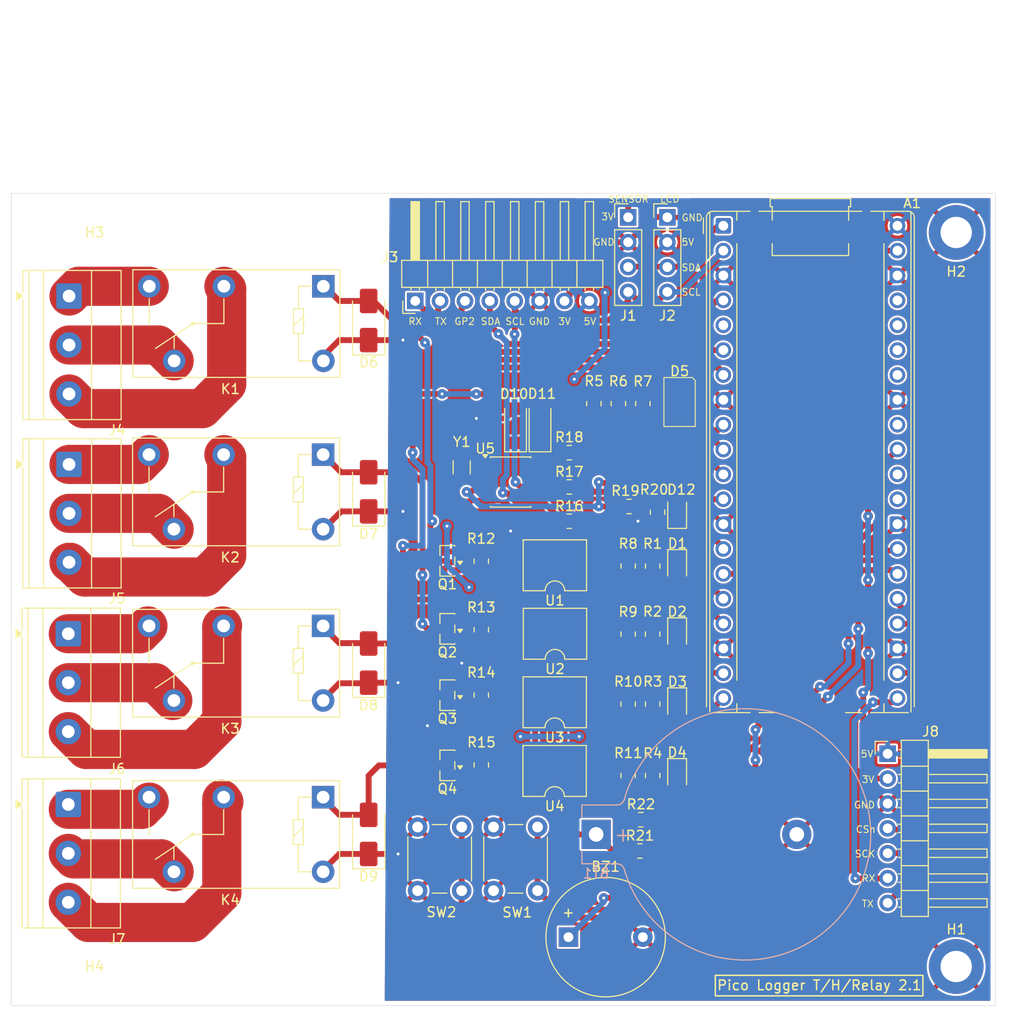
<source format=kicad_pcb>
(kicad_pcb (version 20241229) (generator "pcbnew") (generator_version "9.0")
  (layers (0 "F.Cu" signal) (2 "B.Cu" signal) (13 "F.Paste" user) (15 "B.Paste" user) (5 "F.SilkS" user "F.Silkscreen") (7 "B.SilkS" user "B.Silkscreen") (1 "F.Mask" user) (3 "B.Mask" user) (25 "Edge.Cuts" user))
  (net 0 "")
  (net 1 "SCL")
  (net 4 "SPI TX")
  (net 5 "SDA")
  (net 6 "GPIO14")
  (net 8 "GPIO21")
  (net 11 "+3.3V")
  (net 13 "GND")
  (net 14 "Net-(D1-A)")
  (net 15 "Net-(D2-A)")
  (net 16 "Net-(D3-A)")
  (net 17 "Net-(D4-A)")
  (net 18 "Net-(D5-DI)")
  (net 19 "Net-(D5-VDD)")
  (net 20 "Net-(D5-DO)")
  (net 21 "GPIO2")
  (net 23 "GPIO12")
  (net 24 "K1_Pin5")
  (net 26 "GPIO11")
  (net 27 "GPIO13")
  (net 28 "TX")
  (net 29 "GPIO15")
  (net 30 "RX")
  (net 31 "+BATT")
  (net 32 "K1_Pin2")
  (net 33 "K2_Pin2")
  (net 34 "K3_Pin2")
  (net 35 "K4_Pin2")
  (net 36 "GPIO9")
  (net 37 "K4_Pin4")
  (net 38 "K4_Pin3")
  (net 39 "K4_Pin1")
  (net 40 "K3_Pin1")
  (net 41 "K3_Pin4")
  (net 42 "K3_Pin3")
  (net 43 "K2_Pin1")
  (net 44 "K2_Pin3")
  (net 45 "K2_Pin4")
  (net 46 "K1_Pin1")
  (net 47 "K1_Pin4")
  (net 48 "K1_Pin3")
  (net 49 "Net-(Q1-B)")
  (net 50 "Net-(Q2-B)")
  (net 51 "Net-(Q3-B)")
  (net 52 "Net-(Q4-B)")
  (net 53 "Net-(R8-Pad1)")
  (net 54 "Net-(R9-Pad1)")
  (net 55 "Net-(R10-Pad1)")
  (net 56 "Net-(R11-Pad1)")
  (net 57 "Net-(R12-Pad2)")
  (net 58 "Net-(R13-Pad2)")
  (net 59 "Net-(R14-Pad2)")
  (net 60 "Net-(R15-Pad2)")
  (net 61 "Net-(D10-K)")
  (net 62 "Net-(D12-A)")
  (net 63 "SPI CSn")
  (net 64 "GPIO6")
  (net 65 "SPI SCK")
  (net 66 "GPIO20")
  (net 67 "SPI RX")
  (net 68 "GPIO7")
  (net 69 "GPIO8")
  (net 70 "GPIO10")
  (net 71 "Net-(U5-OSCO)")
  (net 72 "Net-(U5-OSCI)")
  (net 73 "ADC")
  (footprint "Resistor_SMD:R_0805_2012Metric" (layer "F.Cu") (at 161 84.0875 90)
    (property "Reference" "R8")
    (property "Value" "470")
  )
  (footprint "Package_DIP:SMDIP-4_W9.53mm" (layer "F.Cu") (at 153.525 91 180)
    (property "Reference" "U2")
    (property "Value" "LTV-817S-TA1-C")
  )
  (footprint "Relay_THT:Relay_SPDT_Omron-G5Q-1" (layer "F.Cu") (at 129.85 90.2 180)
    (property "Reference" "K3")
    (property "Value" "G5Q-14-EU-5DC")
  )
  (footprint "Resistor_SMD:R_0805_2012Metric" (layer "F.Cu") (at 163.5 91.0375 90)
    (property "Reference" "R2")
    (property "Value" "220")
  )
  (footprint "Diode_SMD:D_MiniMELF" (layer "F.Cu") (at 152 69.75 90)
    (property "Reference" "D11")
    (property "Value" "LL4148-DIO")
  )
  (footprint "Diode_SMD:D_SMA" (layer "F.Cu") (at 134.5 76.5 90)
    (property "Reference" "D7")
    (property "Value" "1N4007 M7")
  )
  (footprint "Resistor_SMD:R_0805_2012Metric" (layer "F.Cu") (at 161 98.1875 90)
    (property "Reference" "R10")
    (property "Value" "470")
  )
  (footprint "Relay_THT:Relay_SPDT_Omron-G5Q-1" (layer "F.Cu") (at 129.875 55.5 180)
    (property "Reference" "K1")
    (property "Value" "G5Q-14-EU-5DC")
  )
  (footprint "LED_SMD:LED_0805_2012Metric" (layer "F.Cu") (at 166 84.0875 -90)
    (property "Reference" "D1")
    (property "Value" "LED")
  )
  (footprint "Resistor_SMD:R_0805_2012Metric" (layer "F.Cu") (at 146 104.4 90)
    (property "Reference" "R15")
    (property "Value" "120")
  )
  (footprint "LED_SMD:LED_0805_2012Metric" (layer "F.Cu") (at 166 91.0625 -90)
    (property "Reference" "D2")
    (property "Value" "LED")
  )
  (footprint "Diode_SMD:D_SMA" (layer "F.Cu") (at 134.5 59 90)
    (property "Reference" "D6")
    (property "Value" "1N4007 M7")
  )
  (footprint "Package_TO_SOT_SMD:SOT-23" (layer "F.Cu") (at 142.5375 90.5 180)
    (property "Reference" "Q2")
    (property "Value" "BC847B-DIO")
  )
  (footprint "MountingHole:MountingHole_3.2mm_M3_DIN965_Pad" (layer "F.Cu") (at 194.5 50)
    (property "Reference" "H2")
    (property "Value" "MountingHole_Pad")
  )
  (footprint "LED_SMD:LED_0805_2012Metric" (layer "F.Cu") (at 166 78.55 90)
    (property "Reference" "D12")
    (property "Value" "LED")
  )
  (footprint "Relay_THT:Relay_SPDT_Omron-G5Q-1" (layer "F.Cu") (at 129.85 72.7 180)
    (property "Reference" "K2")
    (property "Value" "G5Q-14-EU-5DC")
  )
  (footprint "Resistor_SMD:R_0805_2012Metric" (layer "F.Cu") (at 161.0875 78)
    (property "Reference" "R19")
    (property "Value" "10K")
  )
  (footprint "LED_SMD:LED_0805_2012Metric" (layer "F.Cu") (at 166 98.2125 -90)
    (property "Reference" "D3")
    (property "Value" "LED")
  )
  (footprint "Resistor_SMD:R_0805_2012Metric" (layer "F.Cu") (at 163.5 98.1875 90)
    (property "Reference" "R3")
    (property "Value" "220")
  )
  (footprint "Diode_SMD:D_SMA" (layer "F.Cu") (at 134.5 111.5 90)
    (property "Reference" "D9")
    (property "Value" "1N4007 M7")
  )
  (footprint "Resistor_SMD:R_0805_2012Metric" (layer "F.Cu") (at 160 67.4875 -90)
    (property "Reference" "R6")
    (property "Value" "220")
  )
  (footprint "Resistor_SMD:R_0805_2012Metric" (layer "F.Cu") (at 154.9875 72.5 180)
    (property "Reference" "R18")
    (property "Value" "4K7")
  )
  (footprint "Package_DIP:SMDIP-4_W9.53mm" (layer "F.Cu") (at 153.49 105.02 180)
    (property "Reference" "U4")
    (property "Value" "LTV-817S-TA1-C")
  )
  (footprint "MountingHole:MountingHole_3.2mm_M3" (layer "F.Cu") (at 102 125)
    (property "Reference" "H4")
    (property "Value" "MountingHole")
  )
  (footprint "Diode_SMD:D_MiniMELF" (layer "F.Cu") (at 149.5 69.75 90)
    (property "Reference" "D10")
    (property "Value" "LL4148-DIO")
  )
  (footprint "Resistor_SMD:R_0805_2012Metric" (layer "F.Cu") (at 146 83.5875 90)
    (property "Reference" "R12")
    (property "Value" "120")
  )
  (footprint "Resistor_SMD:R_0805_2012Metric" (layer "F.Cu") (at 154.9875 76 180)
    (property "Reference" "R17")
    (property "Value" "4K7")
  )
  (footprint "Resistor_SMD:R_0805_2012Metric" (layer "F.Cu") (at 157.5 67.4875 -90)
    (property "Reference" "R5")
    (property "Value" "220")
  )
  (footprint "Package_TO_SOT_SMD:SOT-23" (layer "F.Cu") (at 142.5375 104.45 180)
    (property "Reference" "Q4")
    (property "Value" "BC847B-DIO")
  )
  (footprint "Crystal:Crystal_SMD_3215-2Pin_3.2x1.5mm" (layer "F.Cu") (at 144 74 -90)
    (property "Reference" "Y1")
    (property "Value" "32.768K-CFPX217")
  )
  (footprint "TerminalBlock_Phoenix:TerminalBlock_Phoenix_MKDS-1,5-3_1x03_P5.00mm_Horizontal" (layer "F.Cu") (at 103.8275 91 -90)
    (property "Reference" "J6")
    (property "Value" "ARK KF301 raster 5,0mm 3 pin")
  )
  (footprint "TerminalBlock_Phoenix:TerminalBlock_Phoenix_MKDS-1,5-3_1x03_P5.00mm_Horizontal" (layer "F.Cu") (at 103.9 73.7 -90)
    (property "Reference" "J5")
    (property "Value" "ARK KF301 raster 5,0mm 3 pin")
  )
  (footprint "MountingHole:MountingHole_3.2mm_M3" (layer "F.Cu") (at 102 50)
    (property "Reference" "H3")
    (property "Value" "MountingHole")
  )
  (footprint "Button_Switch_THT:SW_PUSH_6mm" (layer "F.Cu") (at 147.25 117.25 90)
    (property "Reference" "SW1")
    (property "Value" "Tact Switch 6x6mm / 13mm")
  )
  (footprint "TerminalBlock_Phoenix:TerminalBlock_Phoenix_MKDS-1,5-3_1x03_P5.00mm_Horizontal" (layer "F.Cu") (at 103.9 56.5 -90)
    (property "Reference" "J4")
    (property "Value" "ARK KF301 raster 5.0mm 3 pin")
  )
  (footprint "MountingHole:MountingHole_3.2mm_M3_DIN965_Pad" (layer "F.Cu") (at 194.5 125)
    (property "Reference" "H1")
    (property "Value" "MountingHole_Pad")
  )
  (footprint "Library:RaspberryPi_Pico_Common_THT" (layer "F.Cu") (at 170.72 49.32)
    (property "Reference" "A1")
    (property "Value" "RaspberryPi_Pico_W")
  )
  (footprint "Resistor_SMD:R_0805_2012Metric" (layer "F.Cu") (at 146 90.5875 90)
    (property "Reference" "R13")
    (property "Value" "120")
  )
  (footprint "Resistor_SMD:R_0805_2012Metric" (layer "F.Cu") (at 154.9875 79.5 180)
    (property "Reference" "R16")
    (property "Value" "4K7")
  )
  (footprint "Connector_PinHeader_2.54mm:PinHeader_1x04_P2.54mm_Vertical" (layer "F.Cu") (at 161 48.455)
    (property "Reference" "J1")
    (property "Value" "Sensor")
  )
  (footprint "Connector_PinHeader_2.54mm:PinHeader_1x08_P2.54mm_Horizontal" (layer "F.Cu") (at 139.255 57 90)
    (property "Reference" "J3")
    (property "Value" "Additional connector")
  )
  (footprint "LED_SMD:LED_Avago_PLCC4_3.2x2.8mm_CW" (layer "F.Cu") (at 166.25 67.325 -90)
    (property "Reference" "D5")
    (property "Value" "OSTBPCS2C2B")
  )
  (footprint "Buzzer_Beeper:Buzzer_12x9.5RM7.6" (layer "F.Cu") (at 154.9 122)
    (property "Reference" "BZ1")
    (property "Value" "Buzzer 5V 12mm")
  )
  (footprint "Package_TO_SOT_SMD:SOT-23" (layer "F.Cu") (at 142.5375 83.55 180)
    (property "Reference" "Q1")
    (property "Value" "BC847B-DIO")
  )
  (footprint "Package_SO:SOIC-8_3.9x4.9mm_P1.27mm" (layer "F.Cu") (at 149 75.5)
    (property "Reference" "U5")
    (property "Value" "PCF8563T")
  )
  (footprint "TerminalBlock_Phoenix:TerminalBlock_Phoenix_MKDS-1,5-3_1x03_P5.00mm_Horizontal" (layer "F.Cu") (at 103.8275 108.44 -90)
    (property "Reference" "J7")
    (property "Value" "ARK KF301 raster 5,0mm 3 pin")
  )
  (footprint "Resistor_SMD:R_0805_2012Metric" (layer "F.Cu") (at 163.5 105.4875 90)
    (property "Reference" "R4")
    (property "Value" "220")
  )
  (footprint "Resistor_SMD:R_0805_2012Metric" (layer "F.Cu") (at 164 78.5875 -90)
    (property "Reference" "R20")
    (property "Value" "220")
  )
  (footprint "Resistor_SMD:R_0805_2012Metric" (layer "F.Cu") (at 161 105.4875 90)
    (property "Reference" "R11")
    (property "Value" "470")
  )
  (footprint "LED_SMD:LED_0805_2012Metric" (layer "F.Cu") (at 166 105.4375 -90)
    (property "Reference" "D4")
    (property "Value" "LED")
  )
  (footprint "Connector_PinHeader_2.54mm:PinHeader_1x04_P2.54mm_Vertical" (layer "F.Cu") (at 165 48.455)
    (property "Reference" "J2")
    (property "Value" "LCD 16x2")
  )
  (footprint "Resistor_SMD:R_0805_2012Metric" (layer "F.Cu") (at 161 91.0375 90)
    (property "Reference" "R9")
    (property "Value" "470")
  )
  (footprint "Package_TO_SOT_SMD:SOT-23" (layer "F.Cu") (at 142.5375 97.275 180)
    (property "Reference" "Q3")
    (property "Value" "BC847B-DIO")
  )
  (footprint "Package_DIP:SMDIP-4_W9.53mm" (layer "F.Cu") (at 153.5 98 180)
    (property "Reference" "U3")
    (property "Value" "LTV-817S-TA1-C")
  )
  (footprint "Resistor_SMD:R_0805_2012Metric" (layer "F.Cu") (at 162.2 113.2)
    (property "Reference" "R21")
    (property "Value" "100K")
  )
  (footprint "Resistor_SMD:R_0805_2012Metric" (layer "F.Cu") (at 162.5 67.4875 -90)
    (property "Reference" "R7")
    (property "Value" "220")
  )
  (footprint "Package_DIP:SMDIP-4_W9.53mm" (layer "F.Cu") (at 153.515 84.005 180)
    (property "Reference" "U1")
    (property "Value" "LTV-817S-TA1-C")
  )
  (footprint "Resistor_SMD:R_0805_2012Metric" (layer "F.Cu") (at 146 97.2625 90)
    (property "Reference" "R14")
    (property "Value" "120")
  )
  (footprint "Resistor_SMD:R_0805_2012Metric" (layer "F.Cu") (at 163.5 84.0875 90)
    (property "Reference" "R1")
    (property "Value" "220")
  )
  (footprint "Relay_THT:Relay_SPDT_Omron-G5Q-1" (layer "F.Cu") (at 129.85 107.7 180)
    (property "Reference" "K4")
    (property "Value" "G5Q-14-EU-5DC")
  )
  (footprint "Button_Switch_THT:SW_PUSH_6mm" (layer "F.Cu") (at 139.5 117.25 90)
    (property "Reference" "SW2")
    (property "Value" "Tact Switch 6x6mm / 13mm")
  )
  (footprint "Diode_SMD:D_SMA" (layer "F.Cu") (at 134.5 94 90)
    (property "Reference" "D8")
    (property "Value" "1N4007 M7")
  )
  (footprint "Resistor_SMD:R_0805_2012Metric" (layer "F.Cu") (at 162.2875 110 180)
    (property "Reference" "R22")
    (property "Value" "100K")
  )
  (footprint "Connector_PinHeader_2.54mm:PinHeader_1x07_P2.54mm_Horizontal" (layer "F.Cu") (at 187.5 103.265)
    (property "Reference" "J8")
    (property "Value" "SPI")
  )
  (footprint "Battery:BatteryHolder_Keystone_104_1x23mm" (layer "B.Cu") (at 157.73 111.5)
    (property "Reference" "BT1")
    (property "Value" "CR2032 3V")
  )
  (gr_rect (start 169.9 125.9) (end 191.1 128) (stroke (width 0.15)) (fill no) (layer "F.SilkS"))
  (gr_rect (start 98 46) (end 198.5 129) (stroke (width 0.05)) (fill no) (layer "Edge.Cuts"))
  (gr_text "3V" (at 158.2 48.8 0) (layer "F.SilkS") (effects (font (size 0.7 0.7) (thickness 0.1) (bold yes)) (justify left bottom)))
  (gr_text "SCL" (at 148.4 59.5 0) (layer "F.SilkS") (effects (font (size 0.7 0.7) (thickness 0.1) (bold yes)) (justify left bottom)))
  (gr_text "GND" (at 150.8 59.5 0) (layer "F.SilkS") (effects (font (size 0.7 0.7) (thickness 0.1) (bold yes)) (justify left bottom)))
  (gr_text "GND" (at 166.4 48.9 0) (layer "F.SilkS") (effects (font (size 0.7 0.7) (thickness 0.1) (bold yes)) (justify left bottom)))
  (gr_text "SDA" (at 166.4 54 0) (layer "F.SilkS") (effects (font (size 0.7 0.7) (thickness 0.1) (bold yes)) (justify left bottom)))
  (gr_text "3V" (at 184.8 106.3 0) (layer "F.SilkS") (effects (font (size 0.7 0.7) (thickness 0.1) (bold yes)) (justify left bottom)))
  (gr_text "LCD" (at 164.2 47 0) (layer "F.SilkS") (effects (font (size 0.7 0.7) (thickness 0.1) (bold yes)) (justify left bottom)))
  (gr_text "RX" (at 184.8 116.4 0) (layer "F.SilkS") (effects (font (size 0.7 0.7) (thickness 0.1) (bold yes)) (justify left bottom)))
  (gr_text "CSn" (at 184.2 111.4 0) (layer "F.SilkS") (effects (font (size 0.7 0.7) (thickness 0.1) (bold yes)) (justify left bottom)))
  (gr_text "GND" (at 157.4 51.4 0) (layer "F.SilkS") (effects (font (size 0.7 0.7) (thickness 0.1) (bold yes)) (justify left bottom)))
  (gr_text "5V" (at 166.4 51.4 0) (layer "F.SilkS") (effects (font (size 0.7 0.7) (thickness 0.1) (bold yes)) (justify left bottom)))
  (gr_text "SENSOR" (at 158.9 47 0) (layer "F.SilkS") (effects (font (size 0.7 0.7) (thickness 0.1) (bold yes)) (justify left bottom)))
  (gr_text "Pico Logger T/H/Relay 2.1" (at 170 127.5 0) (layer "F.SilkS") (effects (font (size 1 1)) (justify left bottom)))
  (gr_text "5V" (at 156.4 59.5 0) (layer "F.SilkS") (effects (font (size 0.7 0.7) (thickness 0.1) (bold yes)) (justify left bottom)))
  (gr_text "TX" (at 184.8 119 0) (layer "F.SilkS") (effects (font (size 0.7 0.7) (thickness 0.1) (bold yes)) (justify left bottom)))
  (gr_text "5V" (at 184.7 103.7 0) (layer "F.SilkS") (effects (font (size 0.7 0.7) (thickness 0.1) (bold yes)) (justify left bottom)))
  (gr_text "SDA" (at 145.9 59.5 0) (layer "F.SilkS") (effects (font (size 0.7 0.7) (thickness 0.1) (bold yes)) (justify left bottom)))
  (gr_text "SCL" (at 166.4 56.5 0) (layer "F.SilkS") (effects (font (size 0.7 0.7) (thickness 0.1) (bold yes)) (justify left bottom)))
  (gr_text "SCK" (at 184.1 113.9 0) (layer "F.SilkS") (effects (font (size 0.7 0.7) (thickness 0.1) (bold yes)) (justify left bottom)))
  (gr_text "GND" (at 184 108.9 0) (layer "F.SilkS") (effects (font (size 0.7 0.7) (thickness 0.1) (bold yes)) (justify left bottom)))
  (gr_text "RX" (at 138.5 59.5 0) (layer "F.SilkS") (effects (font (size 0.7 0.7) (thickness 0.1) (bold yes)) (justify left bottom)))
  (gr_text "3V" (at 153.8 59.5 0) (layer "F.SilkS") (effects (font (size 0.7 0.7) (thickness 0.1) (bold yes)) (justify left bottom)))
  (gr_text "GP2" (at 143.2 59.5 0) (layer "F.SilkS") (effects (font (size 0.7 0.7) (thickness 0.1) (bold yes)) (justify left bottom)))
  (gr_text "TX" (at 141.2 59.5 0) (layer "F.SilkS") (effects (font (size 0.7 0.7) (thickness 0.1) (bold yes)) (justify left bottom)))
  (segment (start 149.415 57) (end 149.415 57.915) (width 0.6) (layer "F.Cu") (net 1))
  (segment (start 149.5 75.5) (end 150.135 76.135) (width 0.6) (layer "F.Cu") (net 1))
  (segment (start 149.4 60.4) (end 149.42 60.38) (width 0.6) (layer "F.Cu") (net 1))
  (segment (start 161 56.075) (end 161 56.08) (width 0.6) (layer "F.Cu") (net 1))
  (segment (start 149.42 57.005) (end 149.415 57) (width 0.6) (layer "F.Cu") (net 1))
  (segment (start 161.8 56.8) (end 161.04 56.04) (width 0.6) (layer "F.Cu") (net 1))
  (segment (start 165 56.04) (end 164.24 56.8) (width 0.6) (layer "F.Cu") (net 1))
  (segment (start 153.9525 76.135) (end 154.0875 76) (width 0.6) (layer "F.Cu") (net 1))
  (segment (start 150.5 59) (end 159 59) (width 0.6) (layer "F.Cu") (net 1))
  (segment (start 149.415 57.915) (end 150.5 59) (width 0.6) (layer "F.Cu") (net 1))
  (segment (start 151.475 76.135) (end 153.9525 76.135) (width 0.6) (layer "F.Cu") (net 1))
  (segment (start 149.42 60.38) (end 149.42 57.005) (width 0.6) (layer "F.Cu") (net 1))
  (segment (start 159 59) (end 161 57) (width 0.6) (layer "F.Cu") (net 1))
  (segment (start 161 57) (end 161 56.075) (width 0.6) (layer "F.Cu") (net 1))
  (segment (start 164.24 56.8) (end 161.8 56.8) (width 0.6) (layer "F.Cu") (net 1))
  (segment (start 150.135 76.135) (end 151.475 76.135) (width 0.6) (layer "F.Cu") (net 1))
  (via (at 149.4 60.4) (size 1) (drill 0.3) (layers "F.Cu" "B.Cu") (net 1))
  (via (at 149.5 75.5) (size 1) (drill 0.3) (layers "F.Cu" "B.Cu") (net 1))
  (segment (start 149.415 57) (end 149.415 57.715) (width 0.6) (layer "B.Cu") (net 1))
  (segment (start 166.505 56.075) (end 170.72 51.86) (width 0.6) (layer "B.Cu") (net 1))
  (segment (start 149.4 75.4) (end 149.5 75.5) (width 0.6) (layer "B.Cu") (net 1))
  (segment (start 149.4 60.4) (end 149.4 75.4) (width 0.6) (layer "B.Cu") (net 1))
  (segment (start 165 56.075) (end 166.505 56.075) (width 0.6) (layer "B.Cu") (net 1))
  (segment (start 192.8 111) (end 192.8 90.6) (width 0.6) (layer "F.Cu") (net 4))
  (segment (start 187.5 118.5) (end 189.5 116.5) (width 0.6) (layer "F.Cu") (net 4))
  (segment (start 187 118.5) (end 187.5 118.5) (width 0.6) (layer "F.Cu") (net 4))
  (segment (start 191.4 89.2) (end 189.8 89.2) (width 0.6) (layer "F.Cu") (net 4))
  (segment (start 188.5 87.9) (end 188.5 87.42) (width 0.6) (layer "F.Cu") (net 4))
  (segment (start 189.5 116.5) (end 189.5 114.3) (width 0.6) (layer "F.Cu") (net 4))
  (segment (start 189.8 89.2) (end 188.5 87.9) (width 0.6) (layer "F.Cu") (net 4))
  (segment (start 189.5 114.3) (end 192.8 111) (width 0.6) (layer "F.Cu") (net 4))
  (segment (start 192.8 90.6) (end 191.4 89.2) (width 0.6) (layer "F.Cu") (net 4))
  (segment (start 170.18 49.32) (end 170.72 49.32) (width 0.6) (layer "F.Cu") (net 5))
  (segment (start 147.75 60.35) (end 148.8 61.4) (width 0.6) (layer "F.Cu") (net 5))
  (segment (start 148.2 76.6) (end 148.6 76.6) (width 0.6) (layer "F.Cu") (net 5))
  (segment (start 167.9 53.5) (end 169.4 52) (width 0.6) (layer "F.Cu") (net 5))
  (segment (start 152.205 77.405) (end 153.9875 79.1875) (width 0.6) (layer "F.Cu") (net 5))
  (segment (start 147.75 60.35) (end 146.88 59.48) (width 0.6) (layer "F.Cu") (net 5))
  (segment (start 165.035 53.5) (end 167 53.5) (width 0.6) (layer "F.Cu") (net 5))
  (segment (start 167 53.5) (end 161.04 53.5) (width 0.6) (layer "F.Cu") (net 5))
  (segment (start 148.8 61.4) (end 167.8 61.4) (width 0.6) (layer "F.Cu") (net 5))
  (segment (start 151.475 77.405) (end 152.205 77.405) (width 0.6) (layer "F.Cu") (net 5))
  (segment (start 146.88 59.48) (end 146.88 57) (width 0.6) (layer "F.Cu") (net 5))
  (segment (start 165 53.535) (end 165.035 53.5) (width 0.6) (layer "F.Cu") (net 5))
  (segment (start 169.4 50.1) (end 170.18 49.32) (width 0.6) (layer "F.Cu") (net 5))
  (segment (start 149.405 77.405) (end 151.475 77.405) (width 0.6) (layer "F.Cu") (net 5))
  (segment (start 168.6 52.8) (end 169.4 52) (width 0.6) (layer "F.Cu") (net 5))
  (segment (start 169.4 52) (end 169.4 50.1) (width 0.6) (layer "F.Cu") (net 5))
  (segment (start 167 53.5) (end 167.9 53.5) (width 0.6) (layer "F.Cu") (net 5))
  (segment (start 153.9875 79.1875) (end 153.9875 79.4) (width 0.6) (layer "F.Cu") (net 5))
  (segment (start 167.8 61.4) (end 168.6 60.6) (width 0.6) (layer "F.Cu") (net 5))
  (segment (start 148.6 76.6) (end 149.405 77.405) (width 0.6) (layer "F.Cu") (net 5))
  (segment (start 168.6 60.6) (end 168.6 52.8) (width 0.6) (layer "F.Cu") (net 5))
  (via (at 148.2 76.6) (size 1) (drill 0.3) (layers "F.Cu" "B.Cu") (net 5))
  (via (at 147.75 60.35) (size 1) (drill 0.3) (layers "F.Cu" "B.Cu") (net 5))
  (segment (start 148.6 74.8) (end 148.2 75.2) (width 0.6) (layer "B.Cu") (net 5))
  (segment (start 148.6 61.2) (end 148.6 74.8) (width 0.6) (layer "B.Cu") (net 5))
  (segment (start 148.2 75.2) (end 148.2 76.6) (width 0.6) (layer "B.Cu") (net 5))
  (segment (start 147.75 60.35) (end 148.6 61.2) (width 0.6) (layer "B.Cu") (net 5))
  (segment (start 170.68 95) (end 170.72 95.04) (width 0.6) (layer "F.Cu") (net 6))
  (segment (start 163.5 97.27) (end 163.5 96) (width 0.6) (layer "F.Cu") (net 6))
  (segment (start 164.5 95) (end 170.68 95) (width 0.6) (layer "F.Cu") (net 6))
  (segment (start 163.5 96) (end 164.5 95) (width 0.6) (layer "F.Cu") (net 6))
  (segment (start 161 97.3575) (end 163.4125 97.3575) (width 0.6) (layer "F.Cu") (net 6))
  (segment (start 151.75 117.25) (end 151.75 110.75) (width 0.6) (layer "F.Cu") (net 8))
  (segment (start 183.5 84.5) (end 184.5 83.5) (width 0.6) (layer "F.Cu") (net 8))
  (segment (start 183.5 92) (end 183.5 84.5) (width 0.6) (layer "F.Cu") (net 8))
  (segment (start 188.34 82.5) (end 188.5 82.34) (width 0.6) (layer "F.Cu") (net 8))
  (segment (start 153.7 119.2) (end 151.75 117.25) (width 0.6) (layer "F.Cu") (net 8))
  (segment (start 184.5 83.5) (end 186.5 83.5) (width 0.6) (layer "F.Cu") (net 8))
  (segment (start 160.6 119.2) (end 153.7 119.2) (width 0.6) (layer "F.Cu") (net 8))
  (segment (start 180.1 96.9) (end 180.1 99.7) (width 0.6) (layer "F.Cu") (net 8))
  (segment (start 180.1 99.7) (end 160.6 119.2) (width 0.6) (layer "F.Cu") (net 8))
  (segment (start 186.5 83.5) (end 187.5 82.5) (width 0.6) (layer "F.Cu") (net 8))
  (segment (start 180.6 96.4) (end 180.1 96.9) (width 0.6) (layer "F.Cu") (net 8))
  (segment (start 187.5 82.5) (end 188.34 82.5) (width 0.6) (layer "F.Cu") (net 8))
  (via (at 183.5 92) (size 1) (drill 0.3) (layers "F.Cu" "B.Cu") (net 8))
  (via (at 180.6 96.4) (size 1) (drill 0.3) (layers "F.Cu" "B.Cu") (net 8))
  (segment (start 183.5 94) (end 183.5 92) (width 0.6) (layer "B.Cu") (net 8))
  (segment (start 181.1 96.4) (end 183.5 94) (width 0.6) (layer "B.Cu") (net 8))
  (segment (start 180.6 96.4) (end 181.1 96.4) (width 0.6) (layer "B.Cu") (net 8))
  (segment (start 186.3 105.8) (end 187 105.8) (width 0.6) (layer "F.Cu") (net 11))
  (segment (start 186.14 51.86) (end 186.86 51.86) (width 0.6) (layer "F.Cu") (net 11))
  (segment (start 161 47) (end 156 47) (width 0.6) (layer "F.Cu") (net 11))
  (segment (start 185 104.5) (end 186.3 105.8) (width 0.6) (layer "F.Cu") (net 11))
  (segment (start 156 47) (end 155 48) (width 0.6) (layer "F.Cu") (net 11))
  (segment (start 186.5 49) (end 185.5 48) (width 0.6) (layer "F.Cu") (net 11))
  (segment (start 186.5 51.5) (end 186.5 49) (width 0.6) (layer "F.Cu") (net 11))
  (segment (start 185 97) (end 185 104.5) (width 0.6) (layer "F.Cu") (net 11))
  (segment (start 155 48) (end 155 56.5) (width 0.6) (layer "F.Cu") (net 11))
  (segment (start 185.5 79) (end 185.5 52.5) (width 0.6) (layer "F.Cu") (net 11))
  (segment (start 185.5 48) (end 168 48) (width 0.6) (layer "F.Cu") (net 11))
  (segment (start 161 47) (end 161 48.46) (width 0.6) (layer "F.Cu") (net 11))
  (segment (start 167 47) (end 161 47) (width 0.6) (layer "F.Cu") (net 11))
  (segment (start 185.5 85.5) (end 185.5 93) (width 0.6) (layer "F.Cu") (net 11))
  (segment (start 188.5 51.86) (end 186.86 51.86) (width 0.6) (layer "F.Cu") (net 11))
  (segment (start 185.5 52.5) (end 186.14 51.86) (width 0.6) (layer "F.Cu") (net 11))
  (segment (start 155 56.5) (end 154.5 57) (width 0.6) (layer "F.Cu") (net 11))
  (segment (start 186.86 51.86) (end 186.5 51.5) (width 0.6) (layer "F.Cu") (net 11))
  (segment (start 168 48) (end 167 47) (width 0.6) (layer "F.Cu") (net 11))
  (via (at 185.5 93) (size 1) (drill 0.3) (layers "F.Cu" "B.Cu") (net 11))
  (via (at 185 97) (size 1) (drill 0.3) (layers "F.Cu" "B.Cu") (net 11))
  (via (at 185.5 85.5) (size 1) (drill 0.3) (layers "F.Cu" "B.Cu") (net 11))
  (via (at 185.5 79) (size 1) (drill 0.3) (layers "F.Cu" "B.Cu") (net 11))
  (segment (start 185.5 93) (end 185.5 96.5) (width 0.6) (layer "B.Cu") (net 11))
  (segment (start 185.5 96.5) (end 185 97) (width 0.6) (layer "B.Cu") (net 11))
  (segment (start 185.5 85.5) (end 185.5 79) (width 0.6) (layer "B.Cu") (net 11))
  (segment (start 168.995 68.825) (end 170.72 67.1) (width 0.6) (layer "F.Cu") (net 13))
  (segment (start 163.58 48.42) (end 165 48.42) (width 0.6) (layer "F.Cu") (net 13))
  (segment (start 161 51) (end 163.58 48.42) (width 0.6) (layer "F.Cu") (net 13))
  (segment (start 158.2 55.7) (end 158.2 52.6) (width 0.6) (layer "F.Cu") (net 13))
  (segment (start 158.2 52.6) (end 159.8 51) (width 0.6) (layer "F.Cu") (net 13))
  (segment (start 167 68.825) (end 168.995 68.825) (width 0.6) (layer "F.Cu") (net 13))
  (segment (start 159.8 51) (end 161 51) (width 0.6) (layer "F.Cu") (net 13))
  (segment (start 158.65 56.15) (end 158.2 55.7) (width 0.6) (layer "F.Cu") (net 13))
  (via (at 156 101.5) (size 1) (drill 0.3) (layers "F.Cu" "B.Cu") (net 13))
  (via (at 142.5 80) (size 1) (drill 0.3) (layers "F.Cu" "B.Cu") (net 13))
  (via (at 150 101.5) (size 1) (drill 0.3) (layers "F.Cu" "B.Cu") (net 13))
  (via (at 158.65 56.15) (size 1) (drill 0.3) (layers "F.Cu" "B.Cu") (net 13))
  (via (at 155.5 65) (size 1) (drill 0.3) (layers "F.Cu" "B.Cu") (net 13))
  (via (at 144.75 86.25) (size 1) (drill 0.3) (layers "F.Cu" "B.Cu") (net 13))
  (segment (start 158.6 56.2) (end 158.6 61.9) (width 0.6) (layer "B.Cu") (net 13))
  (segment (start 144.75 86.25) (end 142.5 84) (width 0.6) (layer "B.Cu") (net 13))
  (segment (start 158.65 56.15) (end 158.6 56.2) (width 0.6) (layer "B.Cu") (net 13))
  (segment (start 158.6 61.9) (end 155.5 65) (width 0.6) (layer "B.Cu") (net 13))
  (segment (start 150 101.5) (end 156 101.5) (width 0.6) (layer "B.Cu") (net 13))
  (segment (start 142.5 84) (end 142.5 80) (width 0.6) (layer "B.Cu") (net 13))
  (segment (start 163.265 85) (end 165.74 85) (width 0.6) (layer "F.Cu") (net 14))
  (segment (start 166 92) (end 163.5 92) (width 0.6) (layer "F.Cu") (net 15))
  (segment (start 166 99.145) (end 163.55 99.145) (width 0.6) (layer "F.Cu") (net 16))
  (segment (start 166.5 106.375) (end 164.05 106.375) (width 0.6) (layer "F.Cu") (net 17))
  (segment (start 164.05 106.375) (end 164 106.325) (width 0.6) (layer "F.Cu") (net 17))
  (segment (start 159.4 64.6) (end 164 64.6) (width 0.6) (layer "F.Cu") (net 18))
  (segment (start 165.225 65.825) (end 165.5 65.825) (width 0.6) (layer "F.Cu") (net 18))
  (segment (start 157.4125 66.5875) (end 159.4 64.6) (width 0.6) (layer "F.Cu") (net 18))
  (segment (start 164 64.6) (end 165.225 65.825) (width 0.6) (layer "F.Cu") (net 18))
  (segment (start 165.5 68.825) (end 164.825 68.825) (width 0.6) (layer "F.Cu") (net 19))
  (segment (start 164.825 68.825) (end 162.5 66.5) (width 0.6) (layer "F.Cu") (net 19))
  (segment (start 163.6 65.4) (end 164 65.8) (width 0.6) (layer "F.Cu") (net 20))
  (segment (start 167 66.825) (end 167 65.825) (width 0.6) (layer "F.Cu") (net 20))
  (segment (start 160 65.4) (end 163.6 65.4) (width 0.6) (layer "F.Cu") (net 20))
  (segment (start 164.8 67.325) (end 166.5 67.325) (width 0.6) (layer "F.Cu") (net 20))
  (segment (start 160 66.5) (end 160 65.4) (width 0.6) (layer "F.Cu") (net 20))
  (segment (start 164 65.8) (end 164 66.525) (width 0.6) (layer "F.Cu") (net 20))
  (segment (start 164 66.525) (end 164.8 67.325) (width 0.6) (layer "F.Cu") (net 20))
  (segment (start 166.5 67.325) (end 167 66.825) (width 0.6) (layer "F.Cu") (net 20))
  (segment (start 168.2 62.2) (end 146.8 62.2) (width 0.6) (layer "F.Cu") (net 21))
  (segment (start 146.8 62.2) (end 144 59.4) (width 0.6) (layer "F.Cu") (net 21))
  (segment (start 144 59.4) (end 144 57.34) (width 0.6) (layer "F.Cu") (net 21))
  (segment (start 170.72 56.94) (end 170.06 56.94) (width 0.6) (layer "F.Cu") (net 21))
  (segment (start 169.4 57.6) (end 169.4 61) (width 0.6) (layer "F.Cu") (net 21))
  (segment (start 169.4 61) (end 168.2 62.2) (width 0.6) (layer "F.Cu") (net 21))
  (segment (start 170.06 56.94) (end 169.4 57.6) (width 0.6) (layer "F.Cu") (net 21))
  (segment (start 161.5 83.175) (end 163.5 83.175) (width 0.6) (layer "F.Cu") (net 23))
  (segment (start 169 85.7) (end 170.72 87.42) (width 0.6) (layer "F.Cu") (net 23))
  (segment (start 164.5 81) (end 168 81) (width 0.6) (layer "F.Cu") (net 23))
  (segment (start 163.5 82) (end 164.5 81) (width 0.6) (layer "F.Cu") (net 23))
  (segment (start 163.5 83.175) (end 163.5 82) (width 0.6) (layer "F.Cu") (net 23))
  (segment (start 168 81) (end 169 82) (width 0.6) (layer "F.Cu") (net 23))
  (segment (start 169 82) (end 169 85.7) (width 0.6) (layer "F.Cu") (net 23))
  (segment (start 138 78.5) (end 134.5 78.5) (width 0.6) (layer "F.Cu") (net 24))
  (segment (start 151 81.5) (end 151 84.5) (width 0.6) (layer "F.Cu") (net 24))
  (segment (start 131.695 78.5) (end 129.875 80.32) (width 0.6) (layer "F.Cu") (net 24))
  (segment (start 155.9125 80.8875) (end 155.2 81.6) (width 0.6) (layer "F.Cu") (net 24))
  (segment (start 150.5 81) (end 151 81.5) (width 0.6) (layer "F.Cu") (net 24))
  (segment (start 150.5 85) (end 149.005 85) (width 0.6) (layer "F.Cu") (net 24))
  (segment (start 151 84.5) (end 150.5 85) (width 0.6) (layer "F.Cu") (net 24))
  (segment (start 140.5 100.4) (end 147.605 100.4) (width 0.6) (layer "F.Cu") (net 24))
  (segment (start 151.5 105.5) (end 150.5 106.5) (width 0.6) (layer "F.Cu") (net 24))
  (segment (start 150 80.5) (end 150.5 81) (width 0.6) (layer "F.Cu") (net 24))
  (segment (start 129.875 62.625) (end 129.875 63.12) (width 0.6) (layer "F.Cu") (net 24))
  (segment (start 134.44 96.06) (end 134.5 96) (width 0.6) (layer "F.Cu") (net 24))
  (segment (start 149.5 68) (end 148.5 69) (width 0.6) (layer "F.Cu") (net 24))
  (segment (start 134.5 96) (end 137.5 96) (width 0.6) (layer "F.Cu") (net 24))
  (segment (start 147.605 100.4) (end 148.735 99.27) (width 0.6) (layer "F.Cu") (net 24))
  (segment (start 151.1 81.6) (end 150.5 81) (width 0.6) (layer "F.Cu") (net 24))
  (segment (start 131.5 61) (end 129.875 62.625) (width 0.6) (layer "F.Cu") (net 24))
  (segment (start 149.005 99) (end 150.5 99) (width 0.6) (layer "F.Cu") (net 24))
  (segment (start 138 61) (end 134.5 61) (width 0.6) (layer "F.Cu") (net 24))
  (segment (start 155.9125 72.5) (end 155.9125 80.8875) (width 0.6) (layer "F.Cu") (net 24))
  (segment (start 149 80.5) (end 150 80.5) (width 0.6) (layer "F.Cu") (net 24))
  (segment (start 150.5 99) (end 151.5 100) (width 0.6) (layer "F.Cu") (net 24))
  (segment (start 144 94) (end 146.5 94) (width 0.6) (layer "F.Cu") (net 24))
  (segment (start 150.5 106.5) (end 148.965 106.5) (width 0.6) (layer "F.Cu") (net 24))
  (segment (start 131.5 96.06) (end 134.44 96.06) (width 0.6) (layer "F.Cu") (net 24))
  (segment (start 134.5 61) (end 131.5 61) (width 0.6) (layer "F.Cu") (net 24))
  (segment (start 155.2 81.6) (end 151.1 81.6) (width 0.6) (layer "F.Cu") (net 24))
  (segment (start 146.5 94) (end 147.5 93) (width 0.6) (layer "F.Cu") (net 24))
  (segment (start 148.005 93) (end 149.005 92) (width 0.6) (layer "F.Cu") (net 24))
  (segment (start 131.5 113.5) (end 129.875 115.125) (width 0.6) (layer "F.Cu") (net 24))
  (segment (start 148.5 69) (end 145.5 69) (width 0.6) (layer "F.Cu") (net 24))
  (segment (start 162 78) (end 162 79.5) (width 0.6) (layer "F.Cu") (net 24))
  (segment (start 164 79.5) (end 162 79.5) (width 0.6) (layer "F.Cu") (net 24))
  (segment (start 134.5 113.5) (end 131.5 113.5) (width 0.6) (layer "F.Cu") (net 24))
  (segment (start 134.5 78.5) (end 131.695 78.5) (width 0.6) (layer "F.Cu") (net 24))
  (segment (start 131.5 96.06) (end 129.74 97.82) (width 0.6) (layer "F.Cu") (net 24))
  (segment (start 151.5 100) (end 151.5 105.5) (width 0.6) (layer "F.Cu") (net 24))
  (segment (start 129.875 115.125) (end 129.875 115.32) (width 0.6) (layer "F.Cu") (net 24))
  (segment (start 134.5 113.5) (end 137.5 113.5) (width 0.6) (layer "F.Cu") (net 24))
  (segment (start 147.5 93) (end 148.005 93) (width 0.6) (layer "F.Cu") (net 24))
  (via (at 138 78.5) (size 1) (drill 0.3) (layers "F.Cu" "B.Cu") (net 24))
  (via (at 149 80.5) (size 1) (drill 0.3) (layers "F.Cu" "B.Cu") (net 24))
  (via (at 137.5 96) (size 1) (drill 0.3) (layers "F.Cu" "B.Cu") (net 24))
  (via (at 144 94) (size 1) (drill 0.3) (layers "F.Cu" "B.Cu") (net 24))
  (via (at 140.5 100.4) (size 1) (drill 0.3) (layers "F.Cu" "B.Cu") (net 24))
  (via (at 145.5 69) (size 1) (drill 0.3) (layers "F.Cu" "B.Cu") (net 24))
  (via (at 137.5 113.5) (size 1) (drill 0.3) (layers "F.Cu" "B.Cu") (net 24))
  (via (at 138 61) (size 1) (drill 0.3) (layers "F.Cu" "B.Cu") (net 24))
  (via (at 162 79.5) (size 1) (drill 0.3) (layers "F.Cu" "B.Cu") (net 24))
  (segment (start 174 100.8) (end 174.3 100.5) (width 0.6) (layer "F.Cu") (net 26))
  (segment (start 174 103.9) (end 174 104.6) (width 0.6) (layer "F.Cu") (net 26))
  (segment (start 160.6 118) (end 158.5 118) (width 0.6) (layer "F.Cu") (net 26))
  (segment (start 174 104.6) (end 160.6 118) (width 0.6) (layer "F.Cu") (net 26))
  (segment (start 174.3 100.5) (end 174.3 86.3) (width 0.6) (layer "F.Cu") (net 26))
  (segment (start 172.88 84.88) (end 170.72 84.88) (width 0.6) (layer "F.Cu") (net 26))
  (segment (start 174.3 86.3) (end 172.88 84.88) (width 0.6) (layer "F.Cu") (net 26))
  (via (at 174 100.8) (size 1) (drill 0.3) (layers "F.Cu" "B.Cu") (net 26))
  (via (at 158.5 118) (size 1) (drill 0.3) (layers "F.Cu" "B.Cu") (net 26))
  (via (at 174 103.9) (size 1) (drill 0.3) (layers "F.Cu" "B.Cu") (net 26))
  (segment (start 174 100.8) (end 174 103.9) (width 0.6) (layer "B.Cu") (net 26))
  (segment (start 158.5 118.4) (end 154.9 122) (width 0.6) (layer "B.Cu") (net 26))
  (segment (start 158.5 118) (end 158.5 118.4) (width 0.6) (layer "B.Cu") (net 26))
  (segment (start 163.5 89) (end 164.5 88) (width 0.6) (layer "F.Cu") (net 27))
  (segment (start 168.76 88) (end 170.72 89.96) (width 0.6) (layer "F.Cu") (net 27))
  (segment (start 163.5 90.175) (end 163.5 89) (width 0.6) (layer "F.Cu") (net 27))
  (segment (start 164.5 88) (end 168.76 88) (width 0.6) (layer "F.Cu") (net 27))
  (segment (start 163.5 90.175) (end 161 90.175) (width 0.6) (layer "F.Cu") (net 27))
  (segment (start 141.6 58.2) (end 141.6 57.2) (width 0.6) (layer "F.Cu") (net 28))
  (segment (start 146.4 63) (end 141.6 58.2) (width 0.6) (layer "F.Cu") (net 28))
  (segment (start 169.58 62.02) (end 168.6 63) (width 0.6) (layer "F.Cu") (net 28))
  (segment (start 170.72 62.02) (end 169.58 62.02) (width 0.6) (layer "F.Cu") (net 28))
  (segment (start 170.48 62.02) (end 170.72 62.02) (width 0.6) (layer "F.Cu") (net 28))
  (segment (start 168.6 63) (end 146.4 63) (width 0.6) (layer "F.Cu") (net 28))
  (segment (start 141.6 57.2) (end 141.8 57) (width 0.6) (layer "F.Cu") (net 28))
  (segment (start 170.72 97.58) (end 164 104.3) (width 0.6) (layer "F.Cu") (net 29))
  (segment (start 164 104.3) (end 164 104.5) (width 0.6) (layer "F.Cu") (net 29))
  (segment (start 164 104.5) (end 161.5875 104.5) (width 0.6) (layer "F.Cu") (net 29))
  (segment (start 161.5875 104.5) (end 161.5 104.5875) (width 0.6) (layer "F.Cu") (net 29))
  (segment (start 146.055 63.8) (end 139.255 57) (width 0.6) (layer "F.Cu") (net 30))
  (segment (start 139.26 57.005) (end 139.26 57.26) (width 0.6) (layer "F.Cu") (net 30))
  (segment (start 170.72 64.32) (end 170.2 63.8) (width 0.6) (layer "F.Cu") (net 30))
  (segment (start 139.255 57) (end 139.26 57.005) (width 0.6) (layer "F.Cu") (net 30))
  (segment (start 170.2 63.8) (end 146.055 63.8) (width 0.6) (layer "F.Cu") (net 30))
  (segment (start 170.72 64.56) (end 170.72 64.32) (width 0.6) (layer "F.Cu") (net 30))
  (segment (start 145.49 66.5) (end 145.495 66.505) (width 0.6) (layer "F.Cu") (net 31))
  (segment (start 139 72.5) (end 139 67) (width 0.6) (layer "F.Cu") (net 31))
  (segment (start 157.73 111.5) (end 155 111.5) (width 0.6) (layer "F.Cu") (net 31))
  (segment (start 138 86.5) (end 138 82) (width 0.6) (layer "F.Cu") (net 31))
  (segment (start 152.5 87.5) (end 139 87.5) (width 0.6) (layer "F.Cu") (net 31))
  (segment (start 155 111.5) (end 154.5 111) (width 0.6) (layer "F.Cu") (net 31))
  (segment (start 145.5 66.51) (end 151.71 66.51) (width 0.6) (layer "F.Cu") (net 31))
  (segment (start 139 87.5) (end 138 86.5) (width 0.6) (layer "F.Cu") (net 31))
  (segment (start 161.2875 113.2) (end 159.43 113.2) (width 0.6) (layer "F.Cu") (net 31))
  (segment (start 139 67) (end 139.5 66.5) (width 0.6) (layer "F.Cu") (net 31))
  (segment (start 145.495 66.505) (end 145.5 66.51) (width 0.6) (layer "F.Cu") (net 31))
  (segment (start 154.5 89.5) (end 152.5 87.5) (width 0.6) (layer "F.Cu") (net 31))
  (segment (start 159.43 113.2) (end 157.73 111.5) (width 0.6) (layer "F.Cu") (net 31))
  (segment (start 142 66.5) (end 139.5 66.5) (width 0.6) (layer "F.Cu") (net 31))
  (segment (start 154.5 111) (end 154.5 89.5) (width 0.6) (layer "F.Cu") (net 31))
  (segment (start 152 66.8) (end 152 68) (width 0.6) (layer "F.Cu") (net 31))
  (segment (start 151.71 66.51) (end 152 66.8) (width 0.6) (layer "F.Cu") (net 31))
  (via (at 138 82) (size 1) (drill 0.3) (layers "F.Cu" "B.Cu") (net 31))
  (via (at 139 72.5) (size 1) (drill 0.3) (layers "F.Cu" "B.Cu") (net 31))
  (via (at 145.495 66.505) (size 1) (drill 0.3) (layers "F.Cu" "B.Cu") (net 31))
  (via (at 142 66.5) (size 1) (drill 0.3) (layers "F.Cu" "B.Cu") (net 31))
  (segment (start 138 82) (end 140 82) (width 0.6) (layer "B.Cu") (net 31))
  (segment (start 140 82) (end 140 74.2) (width 0.6) (layer "B.Cu") (net 31))
  (segment (start 145.495 66.505) (end 142.005 66.505) (width 0.6) (layer "B.Cu") (net 31))
  (segment (start 140 74.2) (end 139 73.2) (width 0.6) (layer "B.Cu") (net 31))
  (segment (start 139 73.2) (end 139 72.5) (width 0.6) (layer "B.Cu") (net 31))
  (segment (start 142.005 66.505) (end 142 66.5) (width 0.6) (layer "B.Cu") (net 31))
  (segment (start 105.4 68) (end 117.5 68) (width 4) (layer "F.Cu") (net 32))
  (segment (start 120 65.5) (end 120 55.785) (width 4) (layer "F.Cu") (net 32))
  (segment (start 103.9 66.5) (end 105.4 68) (width 4) (layer "F.Cu") (net 32))
  (segment (start 117.5 68) (end 120 65.5) (width 4) (layer "F.Cu") (net 32))
  (segment (start 120 55.785) (end 119.715 55.5) (width 4) (layer "F.Cu") (net 32))
  (segment (start 105.5 85.2) (end 117.8 85.2) (width 4) (layer "F.Cu") (net 33))
  (segment (start 103.9 83.7) (end 104 83.7) (width 4) (layer "F.Cu") (net 33))
  (segment (start 120 72.985) (end 119.715 72.7) (width 4) (layer "F.Cu") (net 33))
  (segment (start 117.8 85.2) (end 120 83) (width 4) (layer "F.Cu") (net 33))
  (segment (start 104 83.7) (end 105.5 85.2) (width 4) (layer "F.Cu") (net 33))
  (segment (start 120 83) (end 120 72.985) (width 4) (layer "F.Cu") (net 33))
  (segment (start 119.5 90.28) (end 119.58 90.2) (width 4) (layer "F.Cu") (net 34))
  (segment (start 103.8275 101) (end 105.6475 102.82) (width 4) (layer "F.Cu") (net 34))
  (segment (start 119.5 100) (end 119.5 90.28) (width 4) (layer "F.Cu") (net 34))
  (segment (start 105.6475 102.82) (end 116.68 102.82) (width 4) (layer "F.Cu") (net 34))
  (segment (start 116.68 102.82) (end 119.5 100) (width 4) (layer "F.Cu") (net 34))
  (segment (start 119.5 117.5) (end 119.5 107.915) (width 4) (layer "F.Cu") (net 35))
  (segment (start 116.5 120.5) (end 119.5 117.5) (width 4) (layer "F.Cu") (net 35))
  (segment (start 105.8875 120.5) (end 116.5 120.5) (width 4) (layer "F.Cu") (net 35))
  (segment (start 119.5 108.415) (end 119.715 108.2) (width 4) (layer "F.Cu") (net 35))
  (segment (start 103.8275 118.44) (end 105.8875 120.5) (width 4) (layer "F.Cu") (net 35))
  (segment (start 158.1 75.6) (end 158 75.5) (width 0.6) (layer "F.Cu") (net 36))
  (segment (start 146.525 76.135) (end 145.365 76.135) (width 0.6) (layer "F.Cu") (net 36))
  (segment (start 158 78) (end 160.175 78) (width 0.6) (layer "F.Cu") (net 36))
  (segment (start 170.72 77.26) (end 169.26 77.26) (width 0.6) (layer "F.Cu") (net 36))
  (segment (start 167.6 75.6) (end 158.1 75.6) (width 0.6) (layer "F.Cu") (net 36))
  (segment (start 169.26 77.26) (end 167.6 75.6) (width 0.6) (layer "F.Cu") (net 36))
  (segment (start 145.365 76.135) (end 145 76.5) (width 0.6) (layer "F.Cu") (net 36))
  (segment (start 145 76.5) (end 144.5 76.5) (width 0.6) (layer "F.Cu") (net 36))
  (via (at 158 75.5) (size 1) (drill 0.3) (layers "F.Cu" "B.Cu") (net 36))
  (via (at 158 78) (size 1) (drill 0.3) (layers "F.Cu" "B.Cu") (net 36))
  (via (at 144.5 76.5) (size 1) (drill 0.3) (layers "F.Cu" "B.Cu") (net 36))
  (segment (start 144.5 76.5) (end 146 78) (width 0.6) (layer "B.Cu") (net 36))
  (segment (start 146 78) (end 158 78) (width 0.6) (layer "B.Cu") (net 36))
  (segment (start 158 75.5) (end 158 78) (width 0.6) (layer "B.Cu") (net 36))
  (segment (start 113.315 114) (end 114.635 115.32) (width 4) (layer "F.Cu") (net 37))
  (segment (start 103.8275 113.44) (end 104.3875 114) (width 4) (layer "F.Cu") (net 37))
  (segment (start 104.3875 114) (end 113.315 114) (width 4) (layer "F.Cu") (net 37))
  (segment (start 111.355 108.94) (end 112.095 108.2) (width 4) (layer "F.Cu") (net 38))
  (segment (start 103.8275 108.94) (end 111.355 108.94) (width 4) (layer "F.Cu") (net 38))
  (segment (start 135.55 104.45) (end 134.5 105.5) (width 0.6) (layer "F.Cu") (net 39))
  (segment (start 134.5 105.5) (end 134.5 109.5) (width 0.6) (layer "F.Cu") (net 39))
  (segment (start 141.625 104.45) (end 135.55 104.45) (width 0.6) (layer "F.Cu") (net 39))
  (segment (start 131.5 109.5) (end 129.875 107.875) (width 0.6) (layer "F.Cu") (net 39))
  (segment (start 134.5 109.5) (end 131.5 109.5) (width 0.6) (layer "F.Cu") (net 39))
  (segment (start 129.875 107.875) (end 129.875 107.7) (width 0.6) (layer "F.Cu") (net 39))
  (segment (start 134.5 92) (end 139.5 92) (width 0.6) (layer "F.Cu") (net 40))
  (segment (start 134.46 91.96) (end 134.5 92) (width 0.6) (layer "F.Cu") (net 40))
  (segment (start 140.23 97.27) (end 141.625 97.27) (width 0.6) (layer "F.Cu") (net 40))
  (segment (start 140 97.04) (end 140.23 97.27) (width 0.6) (layer "F.Cu") (net 40))
  (segment (start 140 92.5) (end 140 97.04) (width 0.6) (layer "F.Cu") (net 40))
  (segment (start 131.5 91.96) (end 129.74 90.2) (width 0.6) (layer "F.Cu") (net 40))
  (segment (start 139.5 92) (end 140 92.5) (width 0.6) (layer "F.Cu") (net 40))
  (segment (start 131.5 91.96) (end 134.46 91.96) (width 0.6) (layer "F.Cu") (net 40))
  (segment (start 112.68 96) (end 114.5 97.82) (width 4) (layer "F.Cu") (net 41))
  (segment (start 103.8275 96) (end 112.68 96) (width 4) (layer "F.Cu") (net 41))
  (segment (start 103.8275 91) (end 111.16 91) (width 4) (layer "F.Cu") (net 42))
  (segment (start 111.16 91) (end 111.96 90.2) (width 4) (layer "F.Cu") (net 42))
  (segment (start 134.5 74.5) (end 131.675 74.5) (width 0.6) (layer "F.Cu") (net 43))
  (segment (start 140 75.6) (end 140 85) (width 0.6) (layer "F.Cu") (net 43))
  (segment (start 140.5 90.5) (end 140 90) (width 0.6) (layer "F.Cu") (net 43))
  (segment (start 138.9 74.5) (end 140 75.6) (width 0.6) (layer "F.Cu") (net 43))
  (segment (start 141.625 90.5) (end 140.5 90.5) (width 0.6) (layer "F.Cu") (net 43))
  (segment (start 131.675 74.5) (end 129.875 72.7) (width 0.6) (layer "F.Cu") (net 43))
  (segment (start 134.5 74.5) (end 138.9 74.5) (width 0.6) (layer "F.Cu") (net 43))
  (via (at 140 90) (size 1) (drill 0.3) (layers "F.Cu" "B.Cu") (net 43))
  (via (at 140 85) (size 1) (drill 0.3) (layers "F.Cu" "B.Cu") (net 43))
  (segment (start 140 85) (end 140 90) (width 0.6) (layer "B.Cu") (net 43))
  (segment (start 111.095 73.7) (end 112.095 72.7) (width 4) (layer "F.Cu") (net 44))
  (segment (start 103.9 73.7) (end 111.095 73.7) (width 4) (layer "F.Cu") (net 44))
  (segment (start 113.015 78.7) (end 114.635 80.32) (width 4) (layer "F.Cu") (net 45))
  (segment (start 103.9 78.7) (end 113.015 78.7) (width 4) (layer "F.Cu") (net 45))
  (segment (start 137.25 59.25) (end 135 57) (width 0.6) (layer "F.Cu") (net 46))
  (segment (start 130 55.5) (end 131.5 57) (width 0.6) (layer "F.Cu") (net 46))
  (segment (start 140.8 79.7) (end 140.8 82.725) (width 0.6) (layer "F.Cu") (net 46))
  (segment (start 131.5 57) (end 134.5 57) (width 0.6) (layer "F.Cu") (net 46))
  (segment (start 135 57) (end 134.5 57) (width 0.6) (layer "F.Cu") (net 46))
  (segment (start 129.875 55.5) (end 130 55.5) (width 0.6) (layer "F.Cu") (net 46))
  (segment (start 138.25 59.25) (end 137.25 59.25) (width 0.6) (layer "F.Cu") (net 46))
  (segment (start 140.25 61.25) (end 138.25 59.25) (width 0.6) (layer "F.Cu") (net 46))
  (segment (start 140.8 82.725) (end 141.625 83.55) (width 0.6) (layer "F.Cu") (net 46))
  (segment (start 141 79.5) (end 140.8 79.7) (width 0.6) (layer "F.Cu") (net 46))
  (via (at 141 79.5) (size 1) (drill 0.3) (layers "F.Cu" "B.Cu") (net 46))
  (via (at 140.25 61.25) (size 1) (drill 0.3) (layers "F.Cu" "B.Cu") (net 46))
  (segment (start 140.8 79.3) (end 141 79.5) (width 0.6) (layer "B.Cu") (net 46))
  (segment (start 140.25 61.25) (end 140.5 61.5) (width 0.6) (layer "B.Cu") (net 46))
  (segment (start 140.8 73.8) (end 140.8 79.3) (width 0.6) (layer "B.Cu") (net 46))
  (segment (start 140.5 61.5) (end 140.5 73.5) (width 0.6) (layer "B.Cu") (net 46))
  (segment (start 140.5 73.5) (end 140.8 73.8) (width 0.6) (layer "B.Cu") (net 46))
  (segment (start 113.015 61.5) (end 114.635 63.12) (width 4) (layer "F.Cu") (net 47))
  (segment (start 103.9 61.5) (end 113.015 61.5) (width 4) (layer "F.Cu") (net 47))
  (segment (start 112.095 55.5) (end 104.9 55.5) (width 4) (layer "F.Cu") (net 48))
  (segment (start 104.9 55.5) (end 103.9 56.5) (width 4) (layer "F.Cu") (net 48))
  (segment (start 145.765 84.5) (end 143.265 84.5) (width 0.6) (layer "F.Cu") (net 49))
  (segment (start 143.4375 91.45) (end 145.95 91.45) (width 0.6) (layer "F.Cu") (net 50))
  (segment (start 143.4375 98.22) (end 145.9625 98.22) (width 0.6) (layer "F.Cu") (net 51))
  (segment (start 145.925 105.4) (end 143.375 105.4) (width 0.6) (layer "F.Cu") (net 52))
  (segment (start 160.765 85) (end 158.535 85) (width 0.6) (layer "F.Cu") (net 53))
  (segment (start 161 92) (end 158.535 92) (width 0.6) (layer "F.Cu") (net 54))
  (segment (start 161 99.1825) (end 158.3525 99.1825) (width 0.6) (layer "F.Cu") (net 55))
  (segment (start 158.4075 106.4125) (end 161 106.4125) (width 0.6) (layer "F.Cu") (net 56))
  (segment (start 145.765 82.675) (end 148.68 82.675) (width 0.6) (layer "F.Cu") (net 57))
  (segment (start 146 89.675) (end 148.68 89.675) (width 0.6) (layer "F.Cu") (net 58))
  (segment (start 148.735 96.73) (end 146.3725 96.73) (width 0.6) (layer "F.Cu") (net 59))
  (segment (start 146.3725 96.73) (end 146 96.3575) (width 0.6) (layer "F.Cu") (net 59))
  (segment (start 146 103.5) (end 148.505 103.5) (width 0.6) (layer "F.Cu") (net 60))
  (segment (start 152 73.07) (end 152 71.5) (width 0.6) (layer "F.Cu") (net 61))
  (segment (start 151.475 73.595) (end 152 73.07) (width 0.6) (layer "F.Cu") (net 61))
  (segment (start 152 71.5) (end 149.5 71.5) (width 0.6) (layer "F.Cu") (net 61))
  (segment (start 165.95 77.675) (end 166 77.625) (width 0.6) (layer "F.Cu") (net 62))
  (segment (start 164 77.675) (end 165.95 77.675) (width 0.6) (layer "F.Cu") (net 62))
  (segment (start 188.54 95) (end 188.5 95.04) (width 0.6) (layer "F.Cu") (net 63))
  (segment (start 191.2 110.2) (end 191.2 95.7) (width 0.6) (layer "F.Cu") (net 63))
  (segment (start 187.12 111) (end 190.4 111) (width 0.6) (layer "F.Cu") (net 63))
  (segment (start 190.5 95) (end 188.54 95) (width 0.6) (layer "F.Cu") (net 63))
  (segment (start 191.2 95.7) (end 190.5 95) (width 0.6) (layer "F.Cu") (net 63))
  (segment (start 190.4 111) (end 191.2 110.2) (width 0.6) (layer "F.Cu") (net 63))
  (segment (start 187 110.88) (end 187.12 111) (width 0.6) (layer "F.Cu") (net 63))
  (segment (start 164.8 70.2) (end 170.16 70.2) (width 0.6) (layer "F.Cu") (net 64))
  (segment (start 162.5 68.325) (end 162.925 68.325) (width 0.6) (layer "F.Cu") (net 64))
  (segment (start 170.16 70.2) (end 170.72 69.64) (width 0.6) (layer "F.Cu") (net 64))
  (segment (start 162.925 68.325) (end 164.8 70.2) (width 0.6) (layer "F.Cu") (net 64))
  (segment (start 188.54 90) (end 188.5 89.96) (width 0.6) (layer "F.Cu") (net 65))
  (segment (start 191 90) (end 188.54 90) (width 0.6) (layer "F.Cu") (net 65))
  (segment (start 192 110.65) (end 192 91) (width 0.6) (layer "F.Cu") (net 65))
  (segment (start 189.23 113.42) (end 192 110.65) (width 0.6) (layer "F.Cu") (net 65))
  (segment (start 187 113.42) (end 189.23 113.42) (width 0.6) (layer "F.Cu") (net 65))
  (segment (start 192 91) (end 191 90) (width 0.6) (layer "F.Cu") (net 65))
  (segment (start 181.3875 97.4125) (end 180.9 97.9) (width 0.6) (layer "F.Cu") (net 66))
  (segment (start 144 119.6) (end 144 110.75) (width 0.6) (layer "F.Cu") (net 66))
  (segment (start 161 120) (end 144.4 120) (width 0.6) (layer "F.Cu") (net 66))
  (segment (start 180.9 100.1) (end 161 120) (width 0.6) (layer "F.Cu") (net 66))
  (segment (start 180.9 97.9) (end 180.9 100.1) (width 0.6) (layer "F.Cu") (net 66))
  (segment (start 184.5 85) (end 185 84.5) (width 0.6) (layer "F.Cu") (net 66))
  (segment (start 144.4 120) (end 144 119.6) (width 0.6) (layer "F.Cu") (net 66))
  (segment (start 188.12 84.5) (end 188.5 84.88) (width 0.6) (layer "F.Cu") (net 66))
  (segment (start 184.5 90.5) (end 184.5 85) (width 0.6) (layer "F.Cu") (net 66))
  (segment (start 185 84.5) (end 188.12 84.5) (width 0.6) (layer "F.Cu") (net 66))
  (via (at 181.3875 97.4125) (size 1) (drill 0.3) (layers "F.Cu" "B.Cu") (net 66))
  (via (at 184.5 90.5) (size 1) (drill 0.3) (layers "F.Cu" "B.Cu") (net 66))
  (segment (start 184.5 94.3) (end 184.5 90.5) (width 0.6) (layer "B.Cu") (net 66))
  (segment (start 181.3875 97.4125) (end 184.5 94.3) (width 0.6) (layer "B.Cu") (net 66))
  (segment (start 184.2 116) (end 186.96 116) (width 0.6) (layer "F.Cu") (net 67))
  (segment (start 186.96 116) (end 187 115.96) (width 0.6) (layer "F.Cu") (net 67))
  (segment (start 188.08 98) (end 188.5 97.58) (width 0.6) (layer "F.Cu") (net 67))
  (segment (start 186 98) (end 188.08 98) (width 0.6) (layer "F.Cu") (net 67))
  (via (at 186 98) (size 1) (drill 0.3) (layers "F.Cu" "B.Cu") (net 67))
  (via (at 184.2 116) (size 1) (drill 0.3) (layers "F.Cu" "B.Cu") (net 67))
  (segment (start 184.2 116) (end 184.1 115.9) (width 0.6) (layer "B.Cu") (net 67))
  (segment (start 184.1 99.9) (end 186 98) (width 0.6) (layer "B.Cu") (net 67))
  (segment (start 184.1 115.9) (end 184.1 99.9) (width 0.6) (layer "B.Cu") (net 67))
  (segment (start 160.145 68.325) (end 161.42 69.6) (width 0.6) (layer "F.Cu") (net 68))
  (segment (start 169.54 71) (end 170.72 72.18) (width 0.6) (layer "F.Cu") (net 68))
  (segment (start 164.4 71) (end 169.54 71) (width 0.6) (layer "F.Cu") (net 68))
  (segment (start 163 69.6) (end 164.4 71) (width 0.6) (layer "F.Cu") (net 68))
  (segment (start 161.42 69.6) (end 163 69.6) (width 0.6) (layer "F.Cu") (net 68))
  (segment (start 169.4 73.4) (end 170.72 74.72) (width 0.6) (layer "F.Cu") (net 69))
  (segment (start 164 71.8) (end 168.8 71.8) (width 0.6) (layer "F.Cu") (net 69))
  (segment (start 158.0875 69.5) (end 160.1 69.5) (width 0.6) (layer "F.Cu") (net 69))
  (segment (start 160.1 69.5) (end 161 70.4) (width 0.6) (layer "F.Cu") (net 69))
  (segment (start 168.8 71.8) (end 169.4 72.4) (width 0.6) (layer "F.Cu") (net 69))
  (segment (start 161 70.4) (end 162.6 70.4) (width 0.6) (layer "F.Cu") (net 69))
  (segment (start 157.5 68.9125) (end 158.0875 69.5) (width 0.6) (layer "F.Cu") (net 69))
  (segment (start 157.5 68.4125) (end 157.5 68.9125) (width 0.6) (layer "F.Cu") (net 69))
  (segment (start 162.6 70.4) (end 164 71.8) (width 0.6) (layer "F.Cu") (net 69))
  (segment (start 169.4 72.4) (end 169.4 73.4) (width 0.6) (layer "F.Cu") (net 69))
  (segment (start 154.0875 73.9125) (end 153.135 74.865) (width 0.6) (layer "F.Cu") (net 70))
  (segment (start 154.0875 71.5) (end 154.0875 73.9125) (width 0.6) (layer "F.Cu") (net 70))
  (segment (start 157.5 76.5) (end 156.925 75.925) (width 0.6) (layer "F.Cu") (net 70))
  (segment (start 154.5875 71) (end 154.0875 71.5) (width 0.6) (layer "F.Cu") (net 70))
  (segment (start 153.135 74.865) (end 151.475 74.865) (width 0.6) (layer "F.Cu") (net 70))
  (segment (start 156.5 71) (end 154.5875 71) (width 0.6) (layer "F.Cu") (net 70))
  (segment (start 167.5 79.5) (end 168 79.5) (width 0.6) (layer "F.Cu") (net 70))
  (segment (start 156.925 75.925) (end 156.925 71.425) (width 0.6) (layer "F.Cu") (net 70))
  (segment (start 166 79.5) (end 167.5 79.5) (width 0.6) (layer "F.Cu") (net 70))
  (segment (start 167.3 76.5) (end 157.5 76.5) (width 0.6) (layer "F.Cu") (net 70))
  (segment (start 156.925 71.425) (end 156.5 71) (width 0.6) (layer "F.Cu") (net 70))
  (segment (start 167.5 79.5) (end 167.5 76.7) (width 0.6) (layer "F.Cu") (net 70))
  (segment (start 167.5 76.7) (end 167.3 76.5) (width 0.6) (layer "F.Cu") (net 70))
  (segment (start 168 79.5) (end 170.72 82.22) (width 0.6) (layer "F.Cu") (net 70))
  (segment (start 146.525 74.865) (end 144.385 74.865) (width 0.6) (layer "F.Cu") (net 71))
  (segment (start 144.385 74.865) (end 144 75.25) (width 0.6) (layer "F.Cu") (net 71))
  (segment (start 144.845 73.595) (end 144 72.75) (width 0.6) (layer "F.Cu") (net 72))
  (segment (start 146.525 73.595) (end 144.845 73.595) (width 0.6) (layer "F.Cu") (net 72))
  (segment (start 188.5 72.18) (end 186.7 73.98) (width 0.6) (layer "F.Cu") (net 73))
  (segment (start 163.2 110) (end 163.225 110.025) (width 0.6) (layer "F.Cu") (net 73))
  (segment (start 163.225 110.025) (end 163.225 112.6875) (width 0.6) (layer "F.Cu") (net 73))
  (segment (start 186.7 79.4) (end 175.1 91) (width 0.6) (layer "F.Cu") (net 73))
  (segment (start 175.1 91) (end 175.1 101.2) (width 0.6) (layer "F.Cu") (net 73))
  (segment (start 186.7 73.98) (end 186.7 79.4) (width 0.6) (layer "F.Cu") (net 73))
  (segment (start 175.1 101.2) (end 166.3 110) (width 0.6) (layer "F.Cu") (net 73))
  (segment (start 166.3 110) (end 163.2 110) (width 0.6) (layer "F.Cu") (net 73))
  (segment (start 163.225 112.6875) (end 163.1125 112.8) (width 0.6) (layer "F.Cu") (net 73))
  (zone (net 13) (net_name "GND") (layer "F.Cu") (connect_pads (clearance 0.2)) (min_thickness 0.16) (fill yes (thermal_gap 0.5) (thermal_bridge_width 0.5))
    (polygon (pts (xy 198.5 46) (xy 136.641898 46) (xy 136.144892 129) (xy 198.5 129)))
  )
  (zone (net 24) (net_name "K1_Pin5") (layer "B.Cu") (priority 1) (connect_pads (clearance 0.2)) (min_thickness 0.16) (fill yes (thermal_gap 0.5) (thermal_bridge_width 0.5))
    (polygon (pts (xy 198.5 46) (xy 136.63473 46) (xy 136.137724 129) (xy 198.5 129)))
  )
)
</source>
